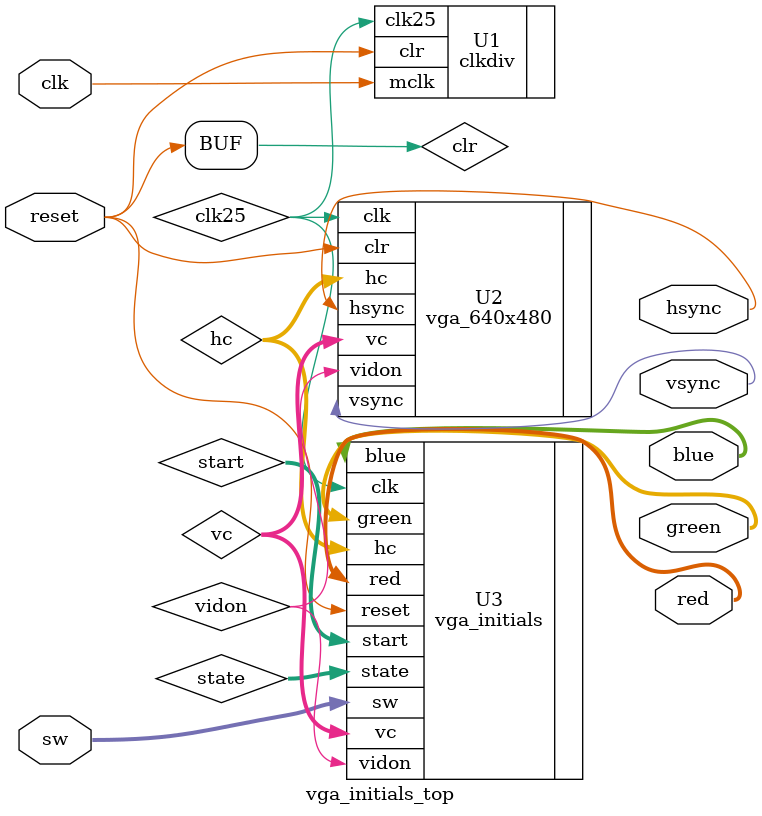
<source format=v>
`timescale 1ns / 1ps
module vga_initials_top(
input wire clk,
input wire  reset,
//input wire [7:0] key_code,
output wire hsync,
output wire vsync,
output wire [2:0] red,
output wire [2:0] green,
output wire [1:0] blue,

input [7:0] sw
);


wire clr, clk25,vidon;
wire [9:0] hc,vc;
//wire [0:31] M;
//wire [3:0] rom_addr4;
wire [8:0]start;
wire [4:0]state;
assign clr = reset;

clkdiv U1 	(
		.mclk(clk),
		.clr(clr),
		.clk25(clk25)
				);
				
vga_640x480 U2	(
		.clk(clk25),
		.clr(clr),
		.hsync(hsync),
		.vsync(vsync),
		.hc(hc),
		.vc(vc),
		.vidon(vidon)
					);
					
vga_initials U3	(
		.clk(clk25),
		.reset(reset),
		.vidon(vidon),
		.hc(hc),
		.vc(vc),
		//.M(M),
		.sw(sw),
		//.rom_addr4(rom_addr4),
		.red(red),
		.green(green),
		.blue(blue),
		.start(start),
		.state(state)
						);
						
						
/*prom_DMH U4	(
		.addr(rom_addr4),
		.M(M),
		.key_code(key_code)
				);*/


endmodule

</source>
